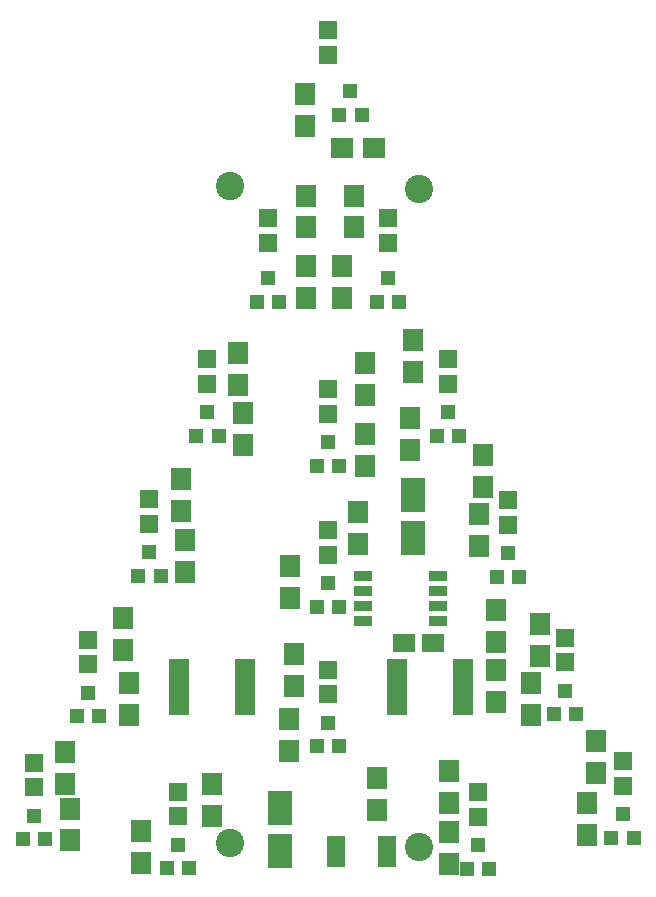
<source format=gbr>
G04 #@! TF.FileFunction,Soldermask,Top*
%FSLAX46Y46*%
G04 Gerber Fmt 4.6, Leading zero omitted, Abs format (unit mm)*
G04 Created by KiCad (PCBNEW 4.0.2-stable) date 12/2/2016 8:18:44 PM*
%MOMM*%
G01*
G04 APERTURE LIST*
%ADD10C,0.100000*%
%ADD11R,2.000000X3.000000*%
%ADD12R,1.900000X1.650000*%
%ADD13R,1.598880X1.598880*%
%ADD14R,1.200100X1.200100*%
%ADD15R,1.900000X1.700000*%
%ADD16R,1.700000X1.900000*%
%ADD17R,1.543000X0.908000*%
%ADD18R,1.797000X0.831800*%
%ADD19R,1.500000X0.800000*%
%ADD20C,2.400000*%
G04 APERTURE END LIST*
D10*
D11*
X79800000Y-150200000D03*
X79800000Y-153800000D03*
D12*
X92750000Y-136250000D03*
X90250000Y-136250000D03*
D11*
X91000000Y-127300000D03*
X91000000Y-123700000D03*
D13*
X83820000Y-84370980D03*
X83820000Y-86469020D03*
X78740000Y-100230980D03*
X78740000Y-102329020D03*
X88900000Y-100230980D03*
X88900000Y-102329020D03*
X99060000Y-124110980D03*
X99060000Y-126209020D03*
X83820000Y-114750980D03*
X83820000Y-116849020D03*
X93980000Y-112210980D03*
X93980000Y-114309020D03*
X108780000Y-146230980D03*
X108780000Y-148329020D03*
X83820000Y-126670980D03*
X83820000Y-128769020D03*
X96560000Y-148830980D03*
X96560000Y-150929020D03*
X63500000Y-135950980D03*
X63500000Y-138049020D03*
X83820000Y-138490980D03*
X83820000Y-140589020D03*
X58940000Y-146350980D03*
X58940000Y-148449020D03*
X103920000Y-135770980D03*
X103920000Y-137869020D03*
X71120000Y-148810980D03*
X71120000Y-150909020D03*
X73620000Y-112210980D03*
X73620000Y-114309020D03*
X68720000Y-124070980D03*
X68720000Y-126169020D03*
D14*
X84775000Y-91500760D03*
X86675000Y-91500760D03*
X85725000Y-89501780D03*
X77790000Y-107360760D03*
X79690000Y-107360760D03*
X78740000Y-105361780D03*
X87950000Y-107360760D03*
X89850000Y-107360760D03*
X88900000Y-105361780D03*
X98110000Y-130605760D03*
X100010000Y-130605760D03*
X99060000Y-128606780D03*
X82870000Y-121245760D03*
X84770000Y-121245760D03*
X83820000Y-119246780D03*
X93030000Y-118705760D03*
X94930000Y-118705760D03*
X93980000Y-116706780D03*
X107830000Y-152725760D03*
X109730000Y-152725760D03*
X108780000Y-150726780D03*
X82870000Y-133165760D03*
X84770000Y-133165760D03*
X83820000Y-131166780D03*
X95610000Y-155325760D03*
X97510000Y-155325760D03*
X96560000Y-153326780D03*
X62550000Y-142445760D03*
X64450000Y-142445760D03*
X63500000Y-140446780D03*
X82870000Y-144985760D03*
X84770000Y-144985760D03*
X83820000Y-142986780D03*
X57990000Y-152845760D03*
X59890000Y-152845760D03*
X58940000Y-150846780D03*
X102970000Y-142265760D03*
X104870000Y-142265760D03*
X103920000Y-140266780D03*
X70170000Y-155305760D03*
X72070000Y-155305760D03*
X71120000Y-153306780D03*
X72670000Y-118705760D03*
X74570000Y-118705760D03*
X73620000Y-116706780D03*
X67770000Y-130565760D03*
X69670000Y-130565760D03*
X68720000Y-128566780D03*
D15*
X87710000Y-94310000D03*
X85010000Y-94310000D03*
D16*
X82000000Y-107050000D03*
X82000000Y-104350000D03*
X81915000Y-92485000D03*
X81915000Y-89785000D03*
X82000000Y-98350000D03*
X82000000Y-101050000D03*
X85000000Y-107050000D03*
X85000000Y-104350000D03*
X96600000Y-128050000D03*
X96600000Y-125350000D03*
X86000000Y-98350000D03*
X86000000Y-101050000D03*
X97000000Y-120350000D03*
X97000000Y-123050000D03*
X88000000Y-147650000D03*
X88000000Y-150350000D03*
X87000000Y-121250000D03*
X87000000Y-118550000D03*
X90800000Y-119850000D03*
X90800000Y-117150000D03*
X87000000Y-112550000D03*
X87000000Y-115250000D03*
X91000000Y-110550000D03*
X91000000Y-113250000D03*
X98060000Y-133475000D03*
X98060000Y-136175000D03*
X98060000Y-138555000D03*
X98060000Y-141255000D03*
X105800000Y-152450000D03*
X105800000Y-149750000D03*
X80600000Y-132450000D03*
X80600000Y-129750000D03*
X106500000Y-144550000D03*
X106500000Y-147250000D03*
X86400000Y-125150000D03*
X86400000Y-127850000D03*
X94100000Y-154950000D03*
X94100000Y-152250000D03*
X67000000Y-142350000D03*
X67000000Y-139650000D03*
X94100000Y-147050000D03*
X94100000Y-149750000D03*
X66500000Y-134150000D03*
X66500000Y-136850000D03*
X80500000Y-145350000D03*
X80500000Y-142650000D03*
X62000000Y-152950000D03*
X62000000Y-150250000D03*
X81000000Y-137150000D03*
X81000000Y-139850000D03*
X61600000Y-145450000D03*
X61600000Y-148150000D03*
X101000000Y-142350000D03*
X101000000Y-139650000D03*
X68000000Y-154850000D03*
X68000000Y-152150000D03*
X101750000Y-134650000D03*
X101750000Y-137350000D03*
X74000000Y-148150000D03*
X74000000Y-150850000D03*
X76600000Y-119450000D03*
X76600000Y-116750000D03*
X71700000Y-130250000D03*
X71700000Y-127550000D03*
X76200000Y-111650000D03*
X76200000Y-114350000D03*
X71400000Y-122350000D03*
X71400000Y-125050000D03*
D17*
X93175000Y-130595000D03*
X93175000Y-131865000D03*
X93175000Y-133135000D03*
X93175000Y-134405000D03*
X86825000Y-134405000D03*
X86825000Y-133135000D03*
X86825000Y-131865000D03*
X86825000Y-130595000D03*
D18*
X76794000Y-141930400D03*
X76794000Y-141295400D03*
X76794000Y-140635000D03*
X76794000Y-140000000D03*
X76794000Y-139339600D03*
X76794000Y-138691900D03*
X76794000Y-138044200D03*
X71206000Y-138044200D03*
X71206000Y-138691900D03*
X71206000Y-139339600D03*
X71206000Y-140000000D03*
X71206000Y-140647700D03*
X71206000Y-141295400D03*
X71206000Y-141943100D03*
X95294000Y-141930400D03*
X95294000Y-141295400D03*
X95294000Y-140635000D03*
X95294000Y-140000000D03*
X95294000Y-139339600D03*
X95294000Y-138691900D03*
X95294000Y-138044200D03*
X89706000Y-138044200D03*
X89706000Y-138691900D03*
X89706000Y-139339600D03*
X89706000Y-140000000D03*
X89706000Y-140647700D03*
X89706000Y-141295400D03*
X89706000Y-141943100D03*
D19*
X84550000Y-152925000D03*
X84550000Y-153575000D03*
X84550000Y-154225000D03*
X84550000Y-154875000D03*
X88850000Y-154875000D03*
X88850000Y-154225000D03*
X88850000Y-153575000D03*
X88850000Y-152925000D03*
D20*
X91500000Y-153500000D03*
X91500000Y-97800000D03*
X75500000Y-97500000D03*
X75500000Y-153200000D03*
M02*

</source>
